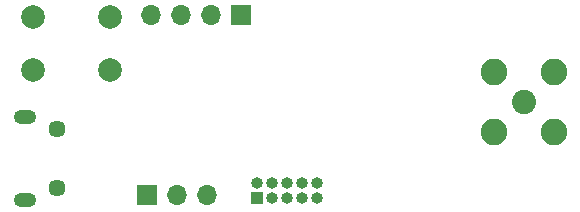
<source format=gbr>
%TF.GenerationSoftware,KiCad,Pcbnew,(5.1.10)-1*%
%TF.CreationDate,2021-07-16T14:20:34-05:00*%
%TF.ProjectId,transmisor,7472616e-736d-4697-936f-722e6b696361,rev?*%
%TF.SameCoordinates,Original*%
%TF.FileFunction,Soldermask,Bot*%
%TF.FilePolarity,Negative*%
%FSLAX46Y46*%
G04 Gerber Fmt 4.6, Leading zero omitted, Abs format (unit mm)*
G04 Created by KiCad (PCBNEW (5.1.10)-1) date 2021-07-16 14:20:34*
%MOMM*%
%LPD*%
G01*
G04 APERTURE LIST*
%ADD10C,2.250000*%
%ADD11C,2.050000*%
%ADD12O,1.900000X1.200000*%
%ADD13C,1.450000*%
%ADD14O,1.700000X1.700000*%
%ADD15R,1.700000X1.700000*%
%ADD16C,2.000000*%
%ADD17R,1.000000X1.000000*%
%ADD18O,1.000000X1.000000*%
G04 APERTURE END LIST*
D10*
%TO.C,AE1*%
X127050800Y-72440800D03*
X127050800Y-67360800D03*
X132130800Y-67360800D03*
X132130800Y-72440800D03*
D11*
X129590800Y-69900800D03*
%TD*%
D12*
%TO.C,J1*%
X87383100Y-78226800D03*
X87383100Y-71226800D03*
D13*
X90083100Y-77226800D03*
X90083100Y-72226800D03*
%TD*%
D14*
%TO.C,J4*%
X98018600Y-62560200D03*
X100558600Y-62560200D03*
X103098600Y-62560200D03*
D15*
X105638600Y-62560200D03*
%TD*%
D14*
%TO.C,J3*%
X102768400Y-77825600D03*
X100228400Y-77825600D03*
D15*
X97688400Y-77825600D03*
%TD*%
D16*
%TO.C,SW1*%
X88038800Y-67259200D03*
X88038800Y-62759200D03*
X94538800Y-67259200D03*
X94538800Y-62759200D03*
%TD*%
D17*
%TO.C,J2*%
X107035600Y-78054200D03*
D18*
X107035600Y-76784200D03*
X108305600Y-78054200D03*
X108305600Y-76784200D03*
X109575600Y-78054200D03*
X109575600Y-76784200D03*
X110845600Y-78054200D03*
X110845600Y-76784200D03*
X112115600Y-78054200D03*
X112115600Y-76784200D03*
%TD*%
M02*

</source>
